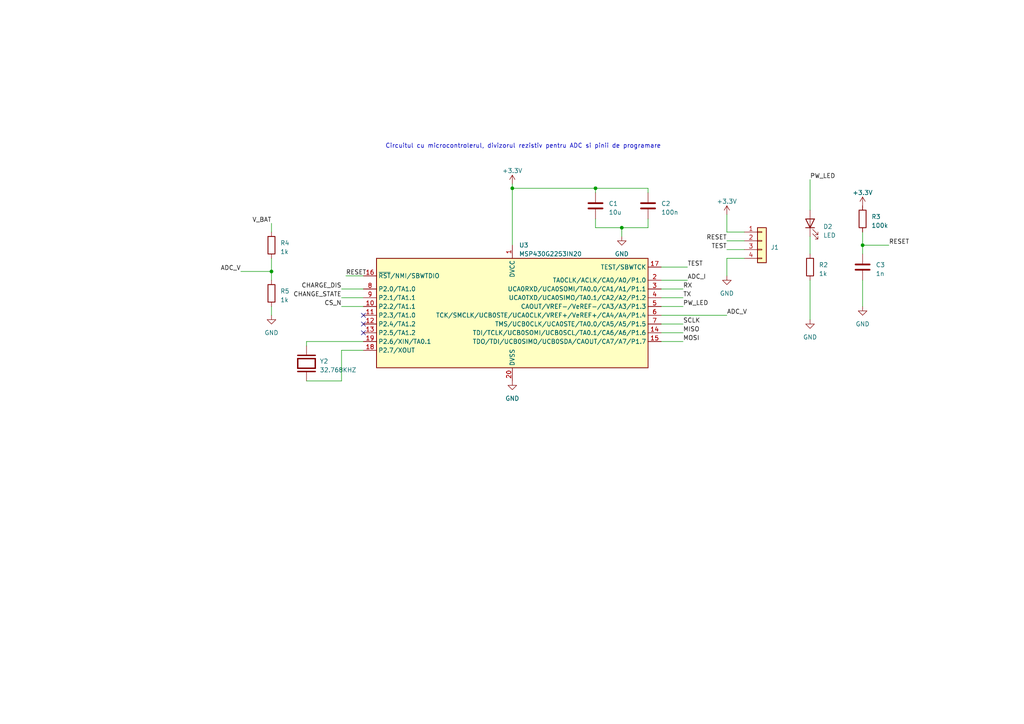
<source format=kicad_sch>
(kicad_sch (version 20230121) (generator eeschema)
  (paper "A4")
  (lib_symbols
    (symbol "ABS07-32.768KHZ-T:ABS07-32.768KHZ-T" (pin_numbers hide) (pin_names (offset 1.016) hide)
      (property "Reference" "Y" (at -5.08 3.81 0))
      (property "Value" "ABS07-32.768KHZ-T" (at -5.1054 -5.1054 0))
      (symbol "ABS07-32.768KHZ-T_0_0"
        (polyline (pts (xy -2.3368 2.54) (xy -2.3368 -2.54)) (stroke (width 0.4064)))
        (polyline (pts (xy -1.397 2.54) (xy -1.397 -2.54)) (stroke (width 0.4064)))
        (polyline (pts (xy -1.397 2.54) (xy 1.397 2.54)) (stroke (width 0.4064)))
        (polyline (pts (xy 1.397 -2.54) (xy -1.397 -2.54)) (stroke (width 0.4064)))
        (polyline (pts (xy 1.397 2.54) (xy 1.397 -2.54)) (stroke (width 0.4064)))
        (polyline (pts (xy 2.3368 2.54) (xy 2.3368 -2.54)) (stroke (width 0.4064)))
        (pin passive line (at -5.08 0 0) (length 2.54) (name "~") (number "1"))
        (pin passive line (at 5.08 0 180) (length 2.54) (name "~") (number "2"))
      )
    )
    (symbol "Connector_Generic:Conn_01x04" (pin_names (offset 1.016) hide)
      (property "Reference" "J" (at 0 5.08 0))
      (property "Value" "Conn_01x04" (at 0 -7.62 0))
      (symbol "Conn_01x04_1_1"
        (rectangle (start -1.27 -4.953) (end 0 -5.207) (stroke (width 0.1524)))
        (rectangle (start -1.27 -2.413) (end 0 -2.667) (stroke (width 0.1524)))
        (rectangle (start -1.27 0.127) (end 0 -0.127) (stroke (width 0.1524)))
        (rectangle (start -1.27 2.667) (end 0 2.413) (stroke (width 0.1524)))
        (rectangle (start -1.27 3.81) (end 1.27 -6.35) (stroke (width 0.254)) (fill (type background)))
        (pin passive line (at -5.08 2.54 0) (length 3.81) (name "Pin_1") (number "1"))
        (pin passive line (at -5.08 0 0) (length 3.81) (name "Pin_2") (number "2"))
        (pin passive line (at -5.08 -2.54 0) (length 3.81) (name "Pin_3") (number "3"))
        (pin passive line (at -5.08 -5.08 0) (length 3.81) (name "Pin_4") (number "4"))
      )
    )
    (symbol "Device:C" (pin_numbers hide) (pin_names (offset 0.254))
      (property "Reference" "C" (at 0.635 2.54 0))
      (property "Value" "C" (at 0.635 -2.54 0))
      (symbol "C_0_1"
        (polyline (pts (xy -2.032 -0.762) (xy 2.032 -0.762)) (stroke (width 0.508)))
        (polyline (pts (xy -2.032 0.762) (xy 2.032 0.762)) (stroke (width 0.508)))
      )
      (symbol "C_1_1"
        (pin passive line (at 0 3.81 270) (length 2.794) (name "~") (number "1"))
        (pin passive line (at 0 -3.81 90) (length 2.794) (name "~") (number "2"))
      )
    )
    (symbol "Device:LED" (pin_numbers hide) (pin_names (offset 1.016) hide)
      (property "Reference" "D" (at 0 2.54 0))
      (property "Value" "LED" (at 0 -2.54 0))
      (symbol "LED_0_1"
        (polyline (pts (xy -1.27 -1.27) (xy -1.27 1.27)) (stroke (width 0.254)))
        (polyline (pts (xy -1.27 0) (xy 1.27 0)))
        (polyline (pts (xy 1.27 -1.27) (xy 1.27 1.27) (xy -1.27 0) (xy 1.27 -1.27)) (stroke (width 0.254)))
        (polyline (pts (xy -3.048 -0.762) (xy -4.572 -2.286) (xy -3.81 -2.286) (xy -4.572 -2.286) (xy -4.572 -1.524)))
        (polyline (pts (xy -1.778 -0.762) (xy -3.302 -2.286) (xy -2.54 -2.286) (xy -3.302 -2.286) (xy -3.302 -1.524)))
      )
      (symbol "LED_1_1"
        (pin passive line (at -3.81 0 0) (length 2.54) (name "K") (number "1"))
        (pin passive line (at 3.81 0 180) (length 2.54) (name "A") (number "2"))
      )
    )
    (symbol "Device:R" (pin_numbers hide) (pin_names (offset 0))
      (property "Reference" "R" (at 2.032 0 90))
      (property "Value" "R" (at 0 0 90))
      (symbol "R_0_1"
        (rectangle (start -1.016 -2.54) (end 1.016 2.54) (stroke (width 0.254)))
      )
      (symbol "R_1_1"
        (pin passive line (at 0 3.81 270) (length 1.27) (name "~") (number "1"))
        (pin passive line (at 0 -3.81 90) (length 1.27) (name "~") (number "2"))
      )
    )
    (symbol "MCU_Texas_MSP430:MSP430G2253IN20"
      (property "Reference" "U" (at -38.1 17.78 0))
      (property "Value" "MSP430G2253IN20" (at 31.75 -16.51 0))
      (symbol "MSP430G2253IN20_0_1"
        (rectangle (start -39.37 16.51) (end 39.37 -15.24) (stroke (width 0.254)) (fill (type background)))
      )
      (symbol "MSP430G2253IN20_1_1"
        (pin power_in line (at 0 20.32 270) (length 3.81) (name "DVCC") (number "1"))
        (pin bidirectional line (at -43.18 2.54 0) (length 3.81) (name "P2.2/TA1.1") (number "10"))
        (pin bidirectional line (at -43.18 0 0) (length 3.81) (name "P2.3/TA1.0") (number "11"))
        (pin bidirectional line (at -43.18 -2.54 0) (length 3.81) (name "P2.4/TA1.2") (number "12"))
        (pin bidirectional line (at -43.18 -5.08 0) (length 3.81) (name "P2.5/TA1.2") (number "13"))
        (pin bidirectional line (at 43.18 -5.08 180) (length 3.81) (name "TDI/TCLK/UCB0SOMI/UCB0SCL/TA0.1/CA6/A6/P1.6") (number "14"))
        (pin bidirectional line (at 43.18 -7.62 180) (length 3.81) (name "TDO/TDI/UCB0SIMO/UCB0SDA/CAOUT/CA7/A7/P1.7") (number "15"))
        (pin input line (at -43.18 11.43 0) (length 3.81) (name "~{RST}/NMI/SBWTDIO") (number "16"))
        (pin input line (at 43.18 13.97 180) (length 3.81) (name "TEST/SBWTCK") (number "17"))
        (pin bidirectional line (at -43.18 -10.16 0) (length 3.81) (name "P2.7/XOUT") (number "18"))
        (pin bidirectional line (at -43.18 -7.62 0) (length 3.81) (name "P2.6/XIN/TA0.1") (number "19"))
        (pin bidirectional line (at 43.18 10.16 180) (length 3.81) (name "TA0CLK/ACLK/CA0/A0/P1.0") (number "2"))
        (pin power_in line (at 0 -19.05 90) (length 3.81) (name "DVSS") (number "20"))
        (pin bidirectional line (at 43.18 7.62 180) (length 3.81) (name "UCA0RXD/UCA0SOMI/TA0.0/CA1/A1/P1.1") (number "3"))
        (pin bidirectional line (at 43.18 5.08 180) (length 3.81) (name "UCA0TXD/UCA0SIMO/TA0.1/CA2/A2/P1.2") (number "4"))
        (pin bidirectional line (at 43.18 2.54 180) (length 3.81) (name "CAOUT/VREF-/VeREF-/CA3/A3/P1.3") (number "5"))
        (pin bidirectional line (at 43.18 0 180) (length 3.81) (name "TCK/SMCLK/UCB0STE/UCA0CLK/VREF+/VeREF+/CA4/A4/P1.4") (number "6"))
        (pin bidirectional line (at 43.18 -2.54 180) (length 3.81) (name "TMS/UCB0CLK/UCA0STE/TA0.0/CA5/A5/P1.5") (number "7"))
        (pin bidirectional line (at -43.18 7.62 0) (length 3.81) (name "P2.0/TA1.0") (number "8"))
        (pin bidirectional line (at -43.18 5.08 0) (length 3.81) (name "P2.1/TA1.1") (number "9"))
      )
    )
    (symbol "power:+3.3V" (power) (pin_names (offset 0))
      (property "Value" "+3.3V" (at 0 3.556 0))
      (symbol "+3.3V_0_1"
        (polyline (pts (xy -0.762 1.27) (xy 0 2.54)))
        (polyline (pts (xy 0 0) (xy 0 2.54)))
        (polyline (pts (xy 0 2.54) (xy 0.762 1.27)))
      )
      (symbol "+3.3V_1_1"
        (pin power_in line (at 0 0 90) (length 0) hide (name "+3.3V") (number "1"))
      )
    )
    (symbol "power:GND" (power) (pin_names (offset 0))
      (property "Value" "GND" (at 0 -3.81 0))
      (symbol "GND_0_1"
        (polyline (pts (xy 0 0) (xy 0 -1.27) (xy 1.27 -1.27) (xy 0 -2.54) (xy -1.27 -1.27) (xy 0 -1.27)))
      )
      (symbol "GND_1_1"
        (pin power_in line (at 0 0 270) (length 0) hide (name "GND") (number "1"))
      )
    )
  )
  (junction (at 180.34 66.04))
  (junction (at 148.59 54.61))
  (junction (at 78.74 78.74))
  (junction (at 172.72 54.61))
  (junction (at 250.19 71.12))
  (no_connect (at 105.41 93.98))
  (no_connect (at 105.41 96.52))
  (no_connect (at 105.41 91.44))
  (wire (pts (xy 250.19 67.31) (xy 250.19 71.12)))
  (wire (pts (xy 99.06 86.36) (xy 105.41 86.36)))
  (wire (pts (xy 180.34 66.04) (xy 187.96 66.04)))
  (wire (pts (xy 234.95 81.28) (xy 234.95 92.71)))
  (wire (pts (xy 215.9 67.31) (xy 210.82 67.31)))
  (wire (pts (xy 99.06 101.6) (xy 105.41 101.6)))
  (wire (pts (xy 210.82 69.85) (xy 215.9 69.85)))
  (wire (pts (xy 88.9 100.33) (xy 88.9 99.06)))
  (wire (pts (xy 105.41 83.82) (xy 99.06 83.82)))
  (wire (pts (xy 78.74 78.74) (xy 69.85 78.74)))
  (wire (pts (xy 234.95 68.58) (xy 234.95 73.66)))
  (wire (pts (xy 78.74 78.74) (xy 78.74 81.28)))
  (wire (pts (xy 210.82 74.93) (xy 210.82 80.01)))
  (wire (pts (xy 172.72 66.04) (xy 172.72 63.5)))
  (wire (pts (xy 234.95 52.07) (xy 234.95 60.96)))
  (wire (pts (xy 78.74 91.44) (xy 78.74 88.9)))
  (wire (pts (xy 88.9 99.06) (xy 105.41 99.06)))
  (wire (pts (xy 99.06 110.49) (xy 99.06 101.6)))
  (wire (pts (xy 191.77 91.44) (xy 210.82 91.44)))
  (wire (pts (xy 148.59 54.61) (xy 148.59 71.12)))
  (wire (pts (xy 210.82 62.23) (xy 210.82 67.31)))
  (wire (pts (xy 191.77 88.9) (xy 198.12 88.9)))
  (wire (pts (xy 210.82 72.39) (xy 215.9 72.39)))
  (wire (pts (xy 148.59 54.61) (xy 148.59 53.34)))
  (wire (pts (xy 172.72 66.04) (xy 180.34 66.04)))
  (wire (pts (xy 88.9 110.49) (xy 99.06 110.49)))
  (wire (pts (xy 191.77 81.28) (xy 199.39 81.28)))
  (wire (pts (xy 172.72 54.61) (xy 187.96 54.61)))
  (wire (pts (xy 78.74 64.77) (xy 78.74 67.31)))
  (wire (pts (xy 180.34 68.58) (xy 180.34 66.04)))
  (wire (pts (xy 191.77 86.36) (xy 198.12 86.36)))
  (wire (pts (xy 250.19 71.12) (xy 250.19 73.66)))
  (wire (pts (xy 191.77 99.06) (xy 198.12 99.06)))
  (wire (pts (xy 250.19 81.28) (xy 250.19 88.9)))
  (wire (pts (xy 187.96 66.04) (xy 187.96 63.5)))
  (wire (pts (xy 250.19 71.12) (xy 257.81 71.12)))
  (wire (pts (xy 187.96 55.88) (xy 187.96 54.61)))
  (wire (pts (xy 215.9 74.93) (xy 210.82 74.93)))
  (wire (pts (xy 99.06 88.9) (xy 105.41 88.9)))
  (wire (pts (xy 172.72 54.61) (xy 148.59 54.61)))
  (wire (pts (xy 191.77 96.52) (xy 198.12 96.52)))
  (wire (pts (xy 78.74 74.93) (xy 78.74 78.74)))
  (wire (pts (xy 191.77 83.82) (xy 198.12 83.82)))
  (wire (pts (xy 100.33 80.01) (xy 105.41 80.01)))
  (wire (pts (xy 191.77 77.47) (xy 199.39 77.47)))
  (wire (pts (xy 191.77 93.98) (xy 198.12 93.98)))
  (wire (pts (xy 172.72 54.61) (xy 172.72 55.88)))
  (text "Circuitul cu microcontrolerul, divizorul rezistiv pentru ADC si pinii de programare" (at 111.76 43.18 0) (effects (font (size 1.27 1.27)) (justify left bottom)))
  (label "RESET" (at 210.82 69.85 180))
  (label "CHANGE_STATE" (at 99.06 86.36 180))
  (label "RESET" (at 100.33 80.01 0))
  (label "ADC_I" (at 199.39 81.28 0))
  (label "TEST" (at 199.39 77.47 0))
  (label "RX" (at 198.12 83.82 0))
  (label "ADC_V" (at 69.85 78.74 180))
  (label "TX" (at 198.12 86.36 0))
  (label "CHARGE_DIS" (at 99.06 83.82 180))
  (label "MISO" (at 198.12 96.52 0))
  (label "TEST" (at 210.82 72.39 180))
  (label "RESET" (at 257.81 71.12 0))
  (label "ADC_V" (at 210.82 91.44 0))
  (label "CS_N" (at 99.06 88.9 180))
  (label "PW_LED" (at 234.95 52.07 0))
  (label "V_BAT" (at 78.74 64.77 180))
  (label "MOSI" (at 198.12 99.06 0))
  (label "PW_LED" (at 198.12 88.9 0))
  (label "SCLK" (at 198.12 93.98 0))
  (symbol (lib_id "Device:C") (at 250.19 77.47 0) (unit 1)
    (property "Reference" "C3" (at 254 76.835 0) (effects (justify left)))
    (property "Value" "1n" (at 254 79.375 0) (effects (justify left)))
    (property "Footprint" "Capacitor_SMD:C_1206_3216Metric" (effects hide))
    (instances (project "First_sketch_licenta" (path "" (reference "C3") (unit 1)) (path "" (reference "C901") (unit 1))))
  )
  (symbol (lib_id "power:+3.3V") (at 210.82 62.23 0) (unit 1)
    (property "Reference" "#PWR04" (effects hide))
    (property "Value" "+3.3V" (at 210.82 58.42 0))
    (instances (project "First_sketch_licenta" (path "" (reference "#PWR04") (unit 1)) (path "" (reference "#PWR0901") (unit 1))))
  )
  (symbol (lib_id "Device:C") (at 172.72 59.69 0) (unit 1)
    (property "Reference" "C1" (at 176.53 59.055 0) (effects (justify left)))
    (property "Value" "10u" (at 176.53 61.595 0) (effects (justify left)))
    (property "Footprint" "Capacitor_SMD:C_1206_3216Metric" (effects hide))
  )
  (symbol (lib_id "Device:R") (at 78.74 85.09 0) (mirror y) (unit 1)
    (property "Reference" "R5" (at 81.28 84.455 0) (effects (justify right)))
    (property "Value" "1k" (at 81.28 86.995 0) (effects (justify right)))
    (property "Footprint" "Resistor_SMD:R_1206_3216Metric" (effects hide))
  )
  (symbol (lib_id "power:GND") (at 78.74 91.44 0) (mirror y) (unit 1)
    (property "Reference" "#PWR018" (effects hide))
    (property "Value" "GND" (at 78.74 96.52 0))
    (instances (project "First_sketch_licenta" (path "" (reference "#PWR018") (unit 1)) (path "" (reference "#PWR072") (unit 1))))
  )
  (symbol (lib_id "power:+3.3V") (at 148.59 53.34 0) (unit 1)
    (property "Reference" "#PWR09" (effects hide))
    (property "Value" "+3.3V" (at 148.59 49.53 0))
    (instances (project "First_sketch_licenta" (path "" (reference "#PWR09") (unit 1)) (path "" (reference "#PWR069") (unit 1))))
  )
  (symbol (lib_id "Device:C") (at 187.96 59.69 0) (unit 1)
    (property "Reference" "C2" (at 191.77 59.055 0) (effects (justify left)))
    (property "Value" "100n" (at 191.77 61.595 0) (effects (justify left)))
    (property "Footprint" "Capacitor_SMD:C_1206_3216Metric" (effects hide))
  )
  (symbol (lib_id "power:+3.3V") (at 250.19 59.69 0) (unit 1)
    (property "Reference" "#PWR02" (effects hide))
    (property "Value" "+3.3V" (at 250.19 55.88 0))
    (instances (project "First_sketch_licenta" (path "" (reference "#PWR02") (unit 1)) (path "" (reference "#PWR0904") (unit 1))))
  )
  (symbol (lib_id "power:GND") (at 148.59 110.49 0) (unit 1)
    (property "Reference" "#PWR08" (effects hide))
    (property "Value" "GND" (at 148.59 115.57 0))
    (instances (project "First_sketch_licenta" (path "" (reference "#PWR08") (unit 1)) (path "" (reference "#PWR070") (unit 1))))
  )
  (symbol (lib_id "ABS07-32.768KHZ-T:ABS07-32.768KHZ-T") (at 88.9 105.41 90) (unit 1)
    (property "Reference" "Y2" (at 92.71 104.775 90) (effects (justify right)))
    (property "Value" "32.768KHZ" (at 92.71 107.315 90) (effects (justify right)))
    (property "Footprint" "Crystal:Crystal_AT310_D3.0mm_L10.0mm_Horizontal" (effects hide))
    (property "PARTREV" "08.19.15" (effects hide))
    (property "STANDARD" "Manufacturer Recommendations" (effects hide))
    (property "MAXIMUM_PACKAGE_HEIGHT" "0.9 mm" (effects hide))
    (property "MANUFACTURER" "Abracon" (effects hide))
    (instances (project "First_sketch_licenta" (path "" (reference "Y2") (unit 1)) (path "" (reference "Y1") (unit 1))))
  )
  (symbol (lib_id "Device:R") (at 78.74 71.12 0) (mirror y) (unit 1)
    (property "Reference" "R4" (at 81.28 70.485 0) (effects (justify right)))
    (property "Value" "1k" (at 81.28 73.025 0) (effects (justify right)))
    (property "Footprint" "Resistor_SMD:R_1206_3216Metric" (effects hide))
  )
  (symbol (lib_id "MCU_Texas_MSP430:MSP430G2253IN20") (at 148.59 91.44 0) (unit 1)
    (property "Reference" "U3" (at 150.5459 71.12 0) (effects (justify left)))
    (property "Value" "MSP430G2253IN20" (at 150.5459 73.66 0) (effects (justify left)))
    (property "Footprint" "Package_DIP:DIP-20_W7.62mm" (effects hide))
    (property "Datasheet" "http://www.ti.com/lit/ds/symlink/msp430g2253.pdf" (effects hide))
    (instances (project "First_sketch_licenta" (path "" (reference "U3") (unit 1)) (path "" (reference "U8") (unit 1))))
  )
  (symbol (lib_id "power:GND") (at 180.34 68.58 0) (unit 1)
    (property "Reference" "#PWR015" (effects hide))
    (property "Value" "GND" (at 180.34 73.66 0))
    (instances (project "First_sketch_licenta" (path "" (reference "#PWR015") (unit 1)) (path "" (reference "#PWR071") (unit 1))))
  )
  (symbol (lib_id "power:GND") (at 250.19 88.9 0) (unit 1)
    (property "Reference" "#PWR010" (effects hide))
    (property "Value" "GND" (at 250.19 93.98 0))
    (instances (project "First_sketch_licenta" (path "" (reference "#PWR010") (unit 1)) (path "" (reference "#PWR0905") (unit 1))))
  )
  (symbol (lib_id "power:GND") (at 234.95 92.71 0) (unit 1)
    (property "Reference" "#PWR013" (effects hide))
    (property "Value" "GND" (at 234.95 97.79 0))
    (instances (project "First_sketch_licenta" (path "" (reference "#PWR013") (unit 1)) (path "" (reference "#PWR0903") (unit 1))))
  )
  (symbol (lib_id "Connector_Generic:Conn_01x04") (at 220.98 69.85 0) (unit 1)
    (property "Reference" "J1" (at 223.52 71.755 0) (effects (justify left)))
    (property "Value" "Conn_01x04" (effects hide))
    (property "Footprint" "Connector_PinHeader_2.00mm:PinHeader_1x04_P2.00mm_Vertical" (effects hide))
  )
  (symbol (lib_id "power:GND") (at 210.82 80.01 0) (unit 1)
    (property "Reference" "#PWR017" (effects hide))
    (property "Value" "GND" (at 210.82 85.09 0))
    (instances (project "First_sketch_licenta" (path "" (reference "#PWR017") (unit 1)) (path "" (reference "#PWR0902") (unit 1))))
  )
  (symbol (lib_id "Device:LED") (at 234.95 64.77 90) (unit 1)
    (property "Reference" "D2" (at 238.76 65.7225 90) (effects (justify right)))
    (property "Value" "LED" (at 238.76 68.2625 90) (effects (justify right)))
    (property "Footprint" "LED_SMD:LED_1206_3216Metric" (effects hide))
  )
  (symbol (lib_id "Device:R") (at 250.19 63.5 0) (unit 1)
    (property "Reference" "R3" (at 252.73 62.865 0) (effects (justify left)))
    (property "Value" "100k" (at 252.73 65.405 0) (effects (justify left)))
    (property "Footprint" "Resistor_SMD:R_1206_3216Metric" (effects hide))
  )
  (symbol (lib_id "Device:R") (at 234.95 77.47 0) (unit 1)
    (property "Reference" "R2" (at 237.49 76.835 0) (effects (justify left)))
    (property "Value" "1k" (at 237.49 79.375 0) (effects (justify left)))
    (property "Footprint" "Resistor_SMD:R_1206_3216Metric" (effects hide))
  )
)
</source>
